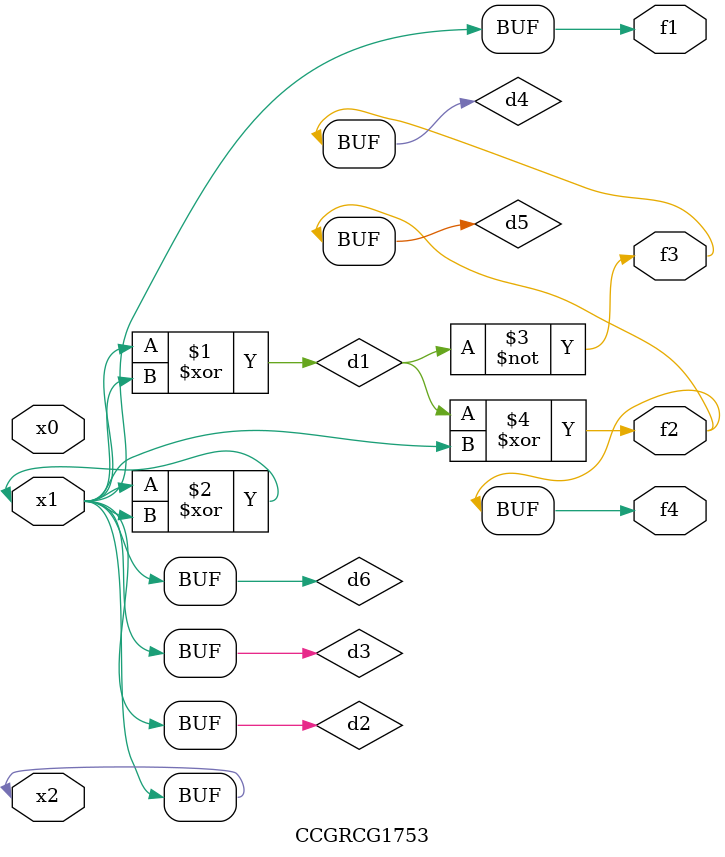
<source format=v>
module CCGRCG1753(
	input x0, x1, x2,
	output f1, f2, f3, f4
);

	wire d1, d2, d3, d4, d5, d6;

	xor (d1, x1, x2);
	buf (d2, x1, x2);
	xor (d3, x1, x2);
	nor (d4, d1);
	xor (d5, d1, d2);
	buf (d6, d2, d3);
	assign f1 = d6;
	assign f2 = d5;
	assign f3 = d4;
	assign f4 = d5;
endmodule

</source>
